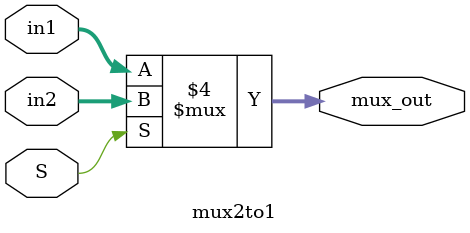
<source format=v>
module mux2to1(in1,in2,S,mux_out);
  
  parameter size =4;
  input [size-1:0]in1,in2;
  input S;
  output [size-1:0]mux_out;
  reg [size-1:0]mux_out;
  
  always@(S,in1,in2)
  if(S == 0)
    begin
      mux_out=in1;
    end
  else
    begin
      mux_out=in2;
    end
      
   
endmodule

</source>
